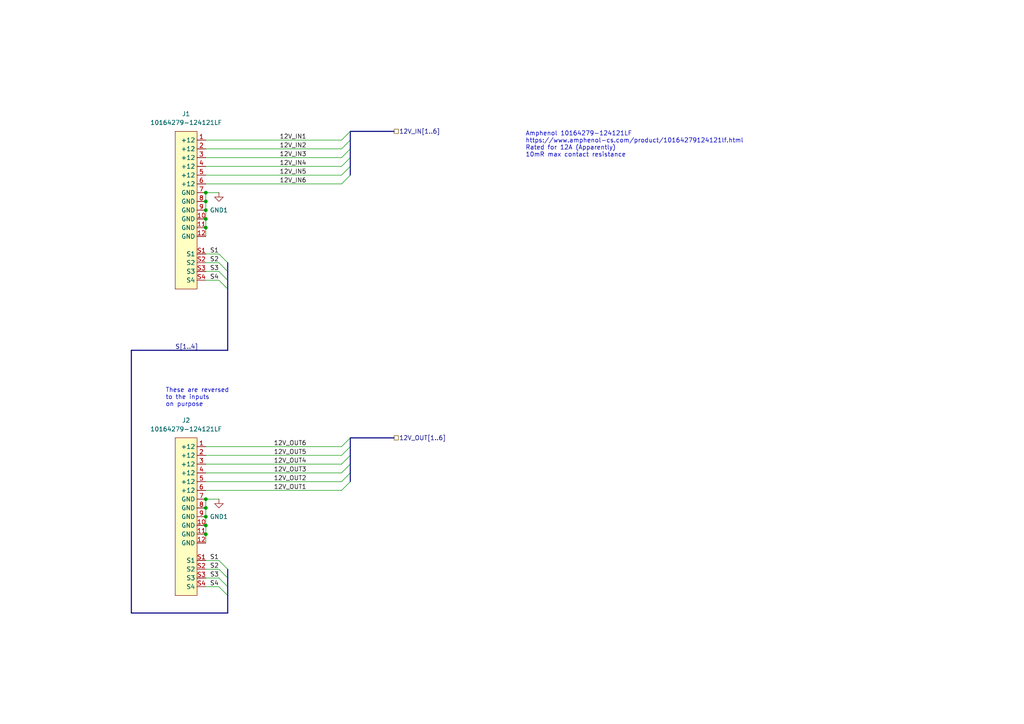
<source format=kicad_sch>
(kicad_sch
	(version 20250114)
	(generator "eeschema")
	(generator_version "9.0")
	(uuid "b2fb5c6a-a72b-4a42-b71a-b9dfc35917c4")
	(paper "A4")
	(title_block
		(title "12V-2x6 Current Monitor")
		(date "2025-08-12")
		(rev "1")
		(company "eggsampler")
	)
	(lib_symbols
		(symbol "10161122-1240xxxlf_1"
			(exclude_from_sim no)
			(in_bom yes)
			(on_board yes)
			(property "Reference" "J"
				(at 0 0 0)
				(effects
					(font
						(size 1.27 1.27)
					)
				)
			)
			(property "Value" ""
				(at 0 0 0)
				(effects
					(font
						(size 1.27 1.27)
					)
				)
			)
			(property "Footprint" "12v-2x6:10161122-1240xxxlf"
				(at 0 0 0)
				(effects
					(font
						(size 1.27 1.27)
					)
					(hide yes)
				)
			)
			(property "Datasheet" ""
				(at 0 0 0)
				(effects
					(font
						(size 1.27 1.27)
					)
					(hide yes)
				)
			)
			(property "Description" ""
				(at 0 0 0)
				(effects
					(font
						(size 1.27 1.27)
					)
					(hide yes)
				)
			)
			(symbol "10161122-1240xxxlf_1_1_1"
				(rectangle
					(start -8.89 -1.27)
					(end -2.54 -46.99)
					(stroke
						(width 0)
						(type solid)
					)
					(fill
						(type background)
					)
				)
				(pin passive line
					(at 0 -3.81 180)
					(length 2.54)
					(name "+12"
						(effects
							(font
								(size 1.27 1.27)
							)
						)
					)
					(number "1"
						(effects
							(font
								(size 1.27 1.27)
							)
						)
					)
				)
				(pin passive line
					(at 0 -6.35 180)
					(length 2.54)
					(name "+12"
						(effects
							(font
								(size 1.27 1.27)
							)
						)
					)
					(number "2"
						(effects
							(font
								(size 1.27 1.27)
							)
						)
					)
				)
				(pin passive line
					(at 0 -8.89 180)
					(length 2.54)
					(name "+12"
						(effects
							(font
								(size 1.27 1.27)
							)
						)
					)
					(number "3"
						(effects
							(font
								(size 1.27 1.27)
							)
						)
					)
				)
				(pin passive line
					(at 0 -11.43 180)
					(length 2.54)
					(name "+12"
						(effects
							(font
								(size 1.27 1.27)
							)
						)
					)
					(number "4"
						(effects
							(font
								(size 1.27 1.27)
							)
						)
					)
				)
				(pin passive line
					(at 0 -13.97 180)
					(length 2.54)
					(name "+12"
						(effects
							(font
								(size 1.27 1.27)
							)
						)
					)
					(number "5"
						(effects
							(font
								(size 1.27 1.27)
							)
						)
					)
				)
				(pin passive line
					(at 0 -16.51 180)
					(length 2.54)
					(name "+12"
						(effects
							(font
								(size 1.27 1.27)
							)
						)
					)
					(number "6"
						(effects
							(font
								(size 1.27 1.27)
							)
						)
					)
				)
				(pin passive line
					(at 0 -19.05 180)
					(length 2.54)
					(name "GND"
						(effects
							(font
								(size 1.27 1.27)
							)
						)
					)
					(number "7"
						(effects
							(font
								(size 1.27 1.27)
							)
						)
					)
				)
				(pin passive line
					(at 0 -21.59 180)
					(length 2.54)
					(name "GND"
						(effects
							(font
								(size 1.27 1.27)
							)
						)
					)
					(number "8"
						(effects
							(font
								(size 1.27 1.27)
							)
						)
					)
				)
				(pin passive line
					(at 0 -24.13 180)
					(length 2.54)
					(name "GND"
						(effects
							(font
								(size 1.27 1.27)
							)
						)
					)
					(number "9"
						(effects
							(font
								(size 1.27 1.27)
							)
						)
					)
				)
				(pin passive line
					(at 0 -26.67 180)
					(length 2.54)
					(name "GND"
						(effects
							(font
								(size 1.27 1.27)
							)
						)
					)
					(number "10"
						(effects
							(font
								(size 1.27 1.27)
							)
						)
					)
				)
				(pin passive line
					(at 0 -29.21 180)
					(length 2.54)
					(name "GND"
						(effects
							(font
								(size 1.27 1.27)
							)
						)
					)
					(number "11"
						(effects
							(font
								(size 1.27 1.27)
							)
						)
					)
				)
				(pin passive line
					(at 0 -31.75 180)
					(length 2.54)
					(name "GND"
						(effects
							(font
								(size 1.27 1.27)
							)
						)
					)
					(number "12"
						(effects
							(font
								(size 1.27 1.27)
							)
						)
					)
				)
				(pin passive line
					(at 0 -36.83 180)
					(length 2.54)
					(name "S1"
						(effects
							(font
								(size 1.27 1.27)
							)
						)
					)
					(number "S1"
						(effects
							(font
								(size 1.27 1.27)
							)
						)
					)
				)
				(pin passive line
					(at 0 -39.37 180)
					(length 2.54)
					(name "S2"
						(effects
							(font
								(size 1.27 1.27)
							)
						)
					)
					(number "S2"
						(effects
							(font
								(size 1.27 1.27)
							)
						)
					)
				)
				(pin passive line
					(at 0 -41.91 180)
					(length 2.54)
					(name "S3"
						(effects
							(font
								(size 1.27 1.27)
							)
						)
					)
					(number "S3"
						(effects
							(font
								(size 1.27 1.27)
							)
						)
					)
				)
				(pin passive line
					(at 0 -44.45 180)
					(length 2.54)
					(name "S4"
						(effects
							(font
								(size 1.27 1.27)
							)
						)
					)
					(number "S4"
						(effects
							(font
								(size 1.27 1.27)
							)
						)
					)
				)
			)
			(embedded_fonts no)
		)
		(symbol "12v-2x6:10161122-1240xxxlf"
			(exclude_from_sim no)
			(in_bom yes)
			(on_board yes)
			(property "Reference" "J"
				(at 0 0 0)
				(effects
					(font
						(size 1.27 1.27)
					)
				)
			)
			(property "Value" ""
				(at 0 0 0)
				(effects
					(font
						(size 1.27 1.27)
					)
				)
			)
			(property "Footprint" "12v-2x6:10161122-1240xxxlf"
				(at 0 0 0)
				(effects
					(font
						(size 1.27 1.27)
					)
					(hide yes)
				)
			)
			(property "Datasheet" ""
				(at 0 0 0)
				(effects
					(font
						(size 1.27 1.27)
					)
					(hide yes)
				)
			)
			(property "Description" ""
				(at 0 0 0)
				(effects
					(font
						(size 1.27 1.27)
					)
					(hide yes)
				)
			)
			(symbol "10161122-1240xxxlf_1_1"
				(rectangle
					(start -8.89 -1.27)
					(end -2.54 -46.99)
					(stroke
						(width 0)
						(type solid)
					)
					(fill
						(type background)
					)
				)
				(pin passive line
					(at 0 -3.81 180)
					(length 2.54)
					(name "+12"
						(effects
							(font
								(size 1.27 1.27)
							)
						)
					)
					(number "1"
						(effects
							(font
								(size 1.27 1.27)
							)
						)
					)
				)
				(pin passive line
					(at 0 -6.35 180)
					(length 2.54)
					(name "+12"
						(effects
							(font
								(size 1.27 1.27)
							)
						)
					)
					(number "2"
						(effects
							(font
								(size 1.27 1.27)
							)
						)
					)
				)
				(pin passive line
					(at 0 -8.89 180)
					(length 2.54)
					(name "+12"
						(effects
							(font
								(size 1.27 1.27)
							)
						)
					)
					(number "3"
						(effects
							(font
								(size 1.27 1.27)
							)
						)
					)
				)
				(pin passive line
					(at 0 -11.43 180)
					(length 2.54)
					(name "+12"
						(effects
							(font
								(size 1.27 1.27)
							)
						)
					)
					(number "4"
						(effects
							(font
								(size 1.27 1.27)
							)
						)
					)
				)
				(pin passive line
					(at 0 -13.97 180)
					(length 2.54)
					(name "+12"
						(effects
							(font
								(size 1.27 1.27)
							)
						)
					)
					(number "5"
						(effects
							(font
								(size 1.27 1.27)
							)
						)
					)
				)
				(pin passive line
					(at 0 -16.51 180)
					(length 2.54)
					(name "+12"
						(effects
							(font
								(size 1.27 1.27)
							)
						)
					)
					(number "6"
						(effects
							(font
								(size 1.27 1.27)
							)
						)
					)
				)
				(pin passive line
					(at 0 -19.05 180)
					(length 2.54)
					(name "GND"
						(effects
							(font
								(size 1.27 1.27)
							)
						)
					)
					(number "7"
						(effects
							(font
								(size 1.27 1.27)
							)
						)
					)
				)
				(pin passive line
					(at 0 -21.59 180)
					(length 2.54)
					(name "GND"
						(effects
							(font
								(size 1.27 1.27)
							)
						)
					)
					(number "8"
						(effects
							(font
								(size 1.27 1.27)
							)
						)
					)
				)
				(pin passive line
					(at 0 -24.13 180)
					(length 2.54)
					(name "GND"
						(effects
							(font
								(size 1.27 1.27)
							)
						)
					)
					(number "9"
						(effects
							(font
								(size 1.27 1.27)
							)
						)
					)
				)
				(pin passive line
					(at 0 -26.67 180)
					(length 2.54)
					(name "GND"
						(effects
							(font
								(size 1.27 1.27)
							)
						)
					)
					(number "10"
						(effects
							(font
								(size 1.27 1.27)
							)
						)
					)
				)
				(pin passive line
					(at 0 -29.21 180)
					(length 2.54)
					(name "GND"
						(effects
							(font
								(size 1.27 1.27)
							)
						)
					)
					(number "11"
						(effects
							(font
								(size 1.27 1.27)
							)
						)
					)
				)
				(pin passive line
					(at 0 -31.75 180)
					(length 2.54)
					(name "GND"
						(effects
							(font
								(size 1.27 1.27)
							)
						)
					)
					(number "12"
						(effects
							(font
								(size 1.27 1.27)
							)
						)
					)
				)
				(pin passive line
					(at 0 -36.83 180)
					(length 2.54)
					(name "S1"
						(effects
							(font
								(size 1.27 1.27)
							)
						)
					)
					(number "S1"
						(effects
							(font
								(size 1.27 1.27)
							)
						)
					)
				)
				(pin passive line
					(at 0 -39.37 180)
					(length 2.54)
					(name "S2"
						(effects
							(font
								(size 1.27 1.27)
							)
						)
					)
					(number "S2"
						(effects
							(font
								(size 1.27 1.27)
							)
						)
					)
				)
				(pin passive line
					(at 0 -41.91 180)
					(length 2.54)
					(name "S3"
						(effects
							(font
								(size 1.27 1.27)
							)
						)
					)
					(number "S3"
						(effects
							(font
								(size 1.27 1.27)
							)
						)
					)
				)
				(pin passive line
					(at 0 -44.45 180)
					(length 2.54)
					(name "S4"
						(effects
							(font
								(size 1.27 1.27)
							)
						)
					)
					(number "S4"
						(effects
							(font
								(size 1.27 1.27)
							)
						)
					)
				)
			)
			(embedded_fonts no)
		)
		(symbol "power:GND1"
			(power)
			(pin_numbers
				(hide yes)
			)
			(pin_names
				(offset 0)
				(hide yes)
			)
			(exclude_from_sim no)
			(in_bom yes)
			(on_board yes)
			(property "Reference" "#PWR"
				(at 0 -6.35 0)
				(effects
					(font
						(size 1.27 1.27)
					)
					(hide yes)
				)
			)
			(property "Value" "GND1"
				(at 0 -3.81 0)
				(effects
					(font
						(size 1.27 1.27)
					)
				)
			)
			(property "Footprint" ""
				(at 0 0 0)
				(effects
					(font
						(size 1.27 1.27)
					)
					(hide yes)
				)
			)
			(property "Datasheet" ""
				(at 0 0 0)
				(effects
					(font
						(size 1.27 1.27)
					)
					(hide yes)
				)
			)
			(property "Description" "Power symbol creates a global label with name \"GND1\" , ground"
				(at 0 0 0)
				(effects
					(font
						(size 1.27 1.27)
					)
					(hide yes)
				)
			)
			(property "ki_keywords" "global power"
				(at 0 0 0)
				(effects
					(font
						(size 1.27 1.27)
					)
					(hide yes)
				)
			)
			(symbol "GND1_0_1"
				(polyline
					(pts
						(xy 0 0) (xy 0 -1.27) (xy 1.27 -1.27) (xy 0 -2.54) (xy -1.27 -1.27) (xy 0 -1.27)
					)
					(stroke
						(width 0)
						(type default)
					)
					(fill
						(type none)
					)
				)
			)
			(symbol "GND1_1_1"
				(pin power_in line
					(at 0 0 270)
					(length 0)
					(name "~"
						(effects
							(font
								(size 1.27 1.27)
							)
						)
					)
					(number "1"
						(effects
							(font
								(size 1.27 1.27)
							)
						)
					)
				)
			)
			(embedded_fonts no)
		)
	)
	(text "These are reversed\nto the inputs\non purpose"
		(exclude_from_sim no)
		(at 48.006 112.522 0)
		(effects
			(font
				(size 1.27 1.27)
			)
			(justify left top)
		)
		(uuid "233509b0-cc6a-42b8-9f66-60c28bd20c1d")
	)
	(text "Amphenol 10164279-124121LF\nhttps://www.amphenol-cs.com/product/10164279124121lf.html\nRated for 12A (Apparently)\n10mR max contact resistance"
		(exclude_from_sim no)
		(at 152.4 38.1 0)
		(effects
			(font
				(size 1.27 1.27)
			)
			(justify left top)
		)
		(uuid "8f6bb1b4-903e-40d7-97ac-b8a9e099f39d")
	)
	(junction
		(at 59.69 154.94)
		(diameter 0)
		(color 0 0 0 0)
		(uuid "319eae41-900f-4e1d-9d76-80ab4c783195")
	)
	(junction
		(at 59.69 58.42)
		(diameter 0)
		(color 0 0 0 0)
		(uuid "350bcb14-86db-4a1c-a9e0-01460961a5a0")
	)
	(junction
		(at 59.69 55.88)
		(diameter 0)
		(color 0 0 0 0)
		(uuid "3fae321d-74ab-42c5-8d82-edfaaee59463")
	)
	(junction
		(at 59.69 147.32)
		(diameter 0)
		(color 0 0 0 0)
		(uuid "64e08bdb-3a48-4c59-914a-2d5641b6380a")
	)
	(junction
		(at 59.69 66.04)
		(diameter 0)
		(color 0 0 0 0)
		(uuid "825f240f-4442-4143-870d-7233cc30e6ec")
	)
	(junction
		(at 59.69 152.4)
		(diameter 0)
		(color 0 0 0 0)
		(uuid "82d7a157-eb50-492d-ba6f-c4bb2c0f9682")
	)
	(junction
		(at 59.69 149.86)
		(diameter 0)
		(color 0 0 0 0)
		(uuid "8ed982d3-eb43-4105-8488-00b956338820")
	)
	(junction
		(at 59.69 60.96)
		(diameter 0)
		(color 0 0 0 0)
		(uuid "964b3a27-326e-4b83-87a9-def293b790f9")
	)
	(junction
		(at 59.69 63.5)
		(diameter 0)
		(color 0 0 0 0)
		(uuid "9c971b81-d0a0-47cf-b5cb-befd2f280d15")
	)
	(junction
		(at 59.69 144.78)
		(diameter 0)
		(color 0 0 0 0)
		(uuid "cf7b5a55-e300-47da-a1e1-d389b2c5362a")
	)
	(bus_entry
		(at 99.06 137.16)
		(size 2.54 -2.54)
		(stroke
			(width 0)
			(type default)
		)
		(uuid "09a1aa14-0768-45ea-824d-dabd8c134b6b")
	)
	(bus_entry
		(at 63.5 167.64)
		(size 2.54 2.54)
		(stroke
			(width 0)
			(type default)
		)
		(uuid "13e645c8-a15a-45df-84da-c72a98e3cba9")
	)
	(bus_entry
		(at 99.06 134.62)
		(size 2.54 -2.54)
		(stroke
			(width 0)
			(type default)
		)
		(uuid "375d3348-73e7-43d5-89f7-a62a9ed3d436")
	)
	(bus_entry
		(at 63.5 162.56)
		(size 2.54 2.54)
		(stroke
			(width 0)
			(type default)
		)
		(uuid "6e40eee3-cfd8-402f-81bb-eb597f04de13")
	)
	(bus_entry
		(at 99.06 132.08)
		(size 2.54 -2.54)
		(stroke
			(width 0)
			(type default)
		)
		(uuid "74d4515c-095d-4c3f-a8d9-661ef1fdd70b")
	)
	(bus_entry
		(at 99.06 50.8)
		(size 2.54 -2.54)
		(stroke
			(width 0)
			(type default)
		)
		(uuid "808bb470-a4d6-4e42-98c5-283caa3e97b8")
	)
	(bus_entry
		(at 99.06 48.26)
		(size 2.54 -2.54)
		(stroke
			(width 0)
			(type default)
		)
		(uuid "8b67598d-2fe6-4645-86d3-097e2dc4e62a")
	)
	(bus_entry
		(at 99.06 139.7)
		(size 2.54 -2.54)
		(stroke
			(width 0)
			(type default)
		)
		(uuid "98ac2a37-3e66-4325-bc67-a0985a92de58")
	)
	(bus_entry
		(at 63.5 76.2)
		(size 2.54 2.54)
		(stroke
			(width 0)
			(type default)
		)
		(uuid "b1387514-d3e4-46c1-8ef0-b52b864ff56a")
	)
	(bus_entry
		(at 63.5 170.18)
		(size 2.54 2.54)
		(stroke
			(width 0)
			(type default)
		)
		(uuid "b41ae881-9337-4b30-ba45-39f430da7228")
	)
	(bus_entry
		(at 63.5 73.66)
		(size 2.54 2.54)
		(stroke
			(width 0)
			(type default)
		)
		(uuid "b95431fa-029b-431f-93a3-0e8ff902c04f")
	)
	(bus_entry
		(at 99.06 53.34)
		(size 2.54 -2.54)
		(stroke
			(width 0)
			(type default)
		)
		(uuid "be1ea473-0ccd-4038-a498-86d752230e25")
	)
	(bus_entry
		(at 63.5 165.1)
		(size 2.54 2.54)
		(stroke
			(width 0)
			(type default)
		)
		(uuid "c1e74110-fa39-4871-90d6-3fbd363bc035")
	)
	(bus_entry
		(at 99.06 45.72)
		(size 2.54 -2.54)
		(stroke
			(width 0)
			(type default)
		)
		(uuid "d22e2401-ccd5-4492-919a-6e75eeb9d31e")
	)
	(bus_entry
		(at 99.06 142.24)
		(size 2.54 -2.54)
		(stroke
			(width 0)
			(type default)
		)
		(uuid "d98e058d-1333-44c7-a04a-0c9ba5efad73")
	)
	(bus_entry
		(at 63.5 78.74)
		(size 2.54 2.54)
		(stroke
			(width 0)
			(type default)
		)
		(uuid "e7757bc7-ceb9-4514-bc9d-83f736dd5f89")
	)
	(bus_entry
		(at 99.06 129.54)
		(size 2.54 -2.54)
		(stroke
			(width 0)
			(type default)
		)
		(uuid "e79af388-9cb6-4b9c-818c-0cdaa0daed37")
	)
	(bus_entry
		(at 99.06 43.18)
		(size 2.54 -2.54)
		(stroke
			(width 0)
			(type default)
		)
		(uuid "ec55e3b8-4e2c-4fcc-907f-9fd7ff8343fa")
	)
	(bus_entry
		(at 63.5 81.28)
		(size 2.54 2.54)
		(stroke
			(width 0)
			(type default)
		)
		(uuid "f24ff03f-1533-4a9e-9423-beee8b514e5d")
	)
	(bus_entry
		(at 99.06 40.64)
		(size 2.54 -2.54)
		(stroke
			(width 0)
			(type default)
		)
		(uuid "f813037f-1d86-45f1-a4dd-7ca4569bbd66")
	)
	(bus
		(pts
			(xy 38.1 177.8) (xy 66.04 177.8)
		)
		(stroke
			(width 0)
			(type default)
		)
		(uuid "088a6562-9b15-47aa-8fde-20fc31620539")
	)
	(wire
		(pts
			(xy 63.5 167.64) (xy 59.69 167.64)
		)
		(stroke
			(width 0)
			(type default)
		)
		(uuid "0f28f794-418d-40b9-a574-5655a27fc684")
	)
	(bus
		(pts
			(xy 66.04 101.6) (xy 38.1 101.6)
		)
		(stroke
			(width 0)
			(type default)
		)
		(uuid "0fd4dc9e-0bd3-49b0-899f-0b795f6a0cd6")
	)
	(bus
		(pts
			(xy 101.6 132.08) (xy 101.6 129.54)
		)
		(stroke
			(width 0)
			(type default)
		)
		(uuid "17ae5207-9e05-4b6e-9c22-5a015c02cbb0")
	)
	(wire
		(pts
			(xy 63.5 165.1) (xy 59.69 165.1)
		)
		(stroke
			(width 0)
			(type default)
		)
		(uuid "1b7fa3f2-55b7-40fd-89e7-25b94f2d2eb3")
	)
	(wire
		(pts
			(xy 59.69 142.24) (xy 99.06 142.24)
		)
		(stroke
			(width 0)
			(type default)
		)
		(uuid "23faa015-ce53-4b6f-b6c1-2c0422d0d006")
	)
	(wire
		(pts
			(xy 59.69 40.64) (xy 99.06 40.64)
		)
		(stroke
			(width 0)
			(type default)
		)
		(uuid "283ad2ea-81e4-4f1e-9b65-af57f1220f8e")
	)
	(bus
		(pts
			(xy 101.6 137.16) (xy 101.6 134.62)
		)
		(stroke
			(width 0)
			(type default)
		)
		(uuid "299a1653-6282-4fda-be2e-08ee7d733fb9")
	)
	(wire
		(pts
			(xy 59.69 144.78) (xy 59.69 147.32)
		)
		(stroke
			(width 0)
			(type default)
		)
		(uuid "3c68b9df-46ae-45dc-a39a-df1f6c10b8fa")
	)
	(wire
		(pts
			(xy 59.69 152.4) (xy 59.69 154.94)
		)
		(stroke
			(width 0)
			(type default)
		)
		(uuid "492eb295-b27a-4430-82a4-dd7c756fc5a6")
	)
	(wire
		(pts
			(xy 59.69 66.04) (xy 59.69 68.58)
		)
		(stroke
			(width 0)
			(type default)
		)
		(uuid "55267108-afca-406a-8ac9-c6950758e43b")
	)
	(bus
		(pts
			(xy 66.04 167.64) (xy 66.04 170.18)
		)
		(stroke
			(width 0)
			(type default)
		)
		(uuid "55894a25-7692-4f2e-83de-307dfff64e73")
	)
	(wire
		(pts
			(xy 59.69 154.94) (xy 59.69 157.48)
		)
		(stroke
			(width 0)
			(type default)
		)
		(uuid "56fcb43d-fa31-4a0e-b082-30cfe2c780a4")
	)
	(bus
		(pts
			(xy 101.6 45.72) (xy 101.6 43.18)
		)
		(stroke
			(width 0)
			(type default)
		)
		(uuid "593bd100-3a69-43d4-9a04-ceb6342aa3bd")
	)
	(wire
		(pts
			(xy 63.5 81.28) (xy 59.69 81.28)
		)
		(stroke
			(width 0)
			(type default)
		)
		(uuid "5d2ff6c2-550f-473e-8cb3-a85eecb81efa")
	)
	(wire
		(pts
			(xy 63.5 73.66) (xy 59.69 73.66)
		)
		(stroke
			(width 0)
			(type default)
		)
		(uuid "5e3a492b-c832-45ca-9831-2574f42a0bb1")
	)
	(bus
		(pts
			(xy 114.3 38.1) (xy 101.6 38.1)
		)
		(stroke
			(width 0)
			(type default)
		)
		(uuid "619d27ee-69c8-4b08-97f9-f535c6298292")
	)
	(wire
		(pts
			(xy 59.69 48.26) (xy 99.06 48.26)
		)
		(stroke
			(width 0)
			(type default)
		)
		(uuid "63c799b6-5df4-446c-b386-b4d09706e1a5")
	)
	(bus
		(pts
			(xy 114.3 127) (xy 101.6 127)
		)
		(stroke
			(width 0)
			(type default)
		)
		(uuid "7094dc8a-8f27-4be0-88f8-c0aadbeccf12")
	)
	(bus
		(pts
			(xy 101.6 134.62) (xy 101.6 132.08)
		)
		(stroke
			(width 0)
			(type default)
		)
		(uuid "739c1397-38c1-444f-b007-4c72260826f5")
	)
	(wire
		(pts
			(xy 59.69 137.16) (xy 99.06 137.16)
		)
		(stroke
			(width 0)
			(type default)
		)
		(uuid "7ddd318f-edfa-47c1-89b1-4cf29c6defc4")
	)
	(wire
		(pts
			(xy 59.69 132.08) (xy 99.06 132.08)
		)
		(stroke
			(width 0)
			(type default)
		)
		(uuid "7f7c3856-b9c4-48b0-9dfc-8c61d2ea9b47")
	)
	(wire
		(pts
			(xy 59.69 55.88) (xy 59.69 58.42)
		)
		(stroke
			(width 0)
			(type default)
		)
		(uuid "802a2e45-5db7-4043-8996-4b2904144d52")
	)
	(wire
		(pts
			(xy 63.5 162.56) (xy 59.69 162.56)
		)
		(stroke
			(width 0)
			(type default)
		)
		(uuid "855613a3-02a6-4277-972b-71bc05054a79")
	)
	(bus
		(pts
			(xy 66.04 78.74) (xy 66.04 81.28)
		)
		(stroke
			(width 0)
			(type default)
		)
		(uuid "87080364-78ed-43b8-ad36-bff5ffab6c97")
	)
	(bus
		(pts
			(xy 101.6 48.26) (xy 101.6 45.72)
		)
		(stroke
			(width 0)
			(type default)
		)
		(uuid "87567262-8d33-4b37-b7f9-8c5ad157d96f")
	)
	(wire
		(pts
			(xy 59.69 50.8) (xy 99.06 50.8)
		)
		(stroke
			(width 0)
			(type default)
		)
		(uuid "88d2a29e-6b3c-45e1-ba90-4bd4de7f3c96")
	)
	(wire
		(pts
			(xy 59.69 147.32) (xy 59.69 149.86)
		)
		(stroke
			(width 0)
			(type default)
		)
		(uuid "8c9832a0-e28b-4c5f-89f8-fd2e422f34e1")
	)
	(wire
		(pts
			(xy 59.69 139.7) (xy 99.06 139.7)
		)
		(stroke
			(width 0)
			(type default)
		)
		(uuid "8e2b8144-bcd1-4d24-b929-60f7f57be76e")
	)
	(wire
		(pts
			(xy 59.69 129.54) (xy 99.06 129.54)
		)
		(stroke
			(width 0)
			(type default)
		)
		(uuid "9c935310-323b-4d99-b0b4-bf6bcf78a455")
	)
	(bus
		(pts
			(xy 101.6 48.26) (xy 101.6 50.8)
		)
		(stroke
			(width 0)
			(type default)
		)
		(uuid "a03a841d-ab7b-44f1-a8ed-69624ffb5370")
	)
	(wire
		(pts
			(xy 59.69 60.96) (xy 59.69 63.5)
		)
		(stroke
			(width 0)
			(type default)
		)
		(uuid "a097dc77-27ae-40d1-b8c0-683363bfa96d")
	)
	(bus
		(pts
			(xy 38.1 101.6) (xy 38.1 177.8)
		)
		(stroke
			(width 0)
			(type default)
		)
		(uuid "a34aa82a-e1ae-4ab2-950f-61753474c852")
	)
	(bus
		(pts
			(xy 66.04 81.28) (xy 66.04 83.82)
		)
		(stroke
			(width 0)
			(type default)
		)
		(uuid "a75a050a-f256-4c41-becc-c3daae3ec70b")
	)
	(wire
		(pts
			(xy 63.5 78.74) (xy 59.69 78.74)
		)
		(stroke
			(width 0)
			(type default)
		)
		(uuid "aad352dd-44a9-4d6c-ad0f-72d99d0ac6c6")
	)
	(wire
		(pts
			(xy 59.69 63.5) (xy 59.69 66.04)
		)
		(stroke
			(width 0)
			(type default)
		)
		(uuid "b1dd773c-93c6-4742-9d4c-f60c51e9d48e")
	)
	(bus
		(pts
			(xy 66.04 83.82) (xy 66.04 101.6)
		)
		(stroke
			(width 0)
			(type default)
		)
		(uuid "b9033c34-1cbf-4c68-9c99-25877a0eb2db")
	)
	(bus
		(pts
			(xy 66.04 76.2) (xy 66.04 78.74)
		)
		(stroke
			(width 0)
			(type default)
		)
		(uuid "bdb315ce-5afc-44c5-90b9-4ff6da04221a")
	)
	(bus
		(pts
			(xy 66.04 165.1) (xy 66.04 167.64)
		)
		(stroke
			(width 0)
			(type default)
		)
		(uuid "be58b2c5-7bb7-4d98-a1b0-5dc2c7bbadff")
	)
	(bus
		(pts
			(xy 101.6 38.1) (xy 101.6 40.64)
		)
		(stroke
			(width 0)
			(type default)
		)
		(uuid "ca003d90-8cb3-43c1-87db-8efae3ddd47d")
	)
	(bus
		(pts
			(xy 101.6 137.16) (xy 101.6 139.7)
		)
		(stroke
			(width 0)
			(type default)
		)
		(uuid "cd23c08d-39ca-415e-bd99-6e0ab87d123c")
	)
	(wire
		(pts
			(xy 59.69 43.18) (xy 99.06 43.18)
		)
		(stroke
			(width 0)
			(type default)
		)
		(uuid "d5b62ee3-7cd3-46e0-97ba-262d7f4f70fd")
	)
	(wire
		(pts
			(xy 59.69 53.34) (xy 99.06 53.34)
		)
		(stroke
			(width 0)
			(type default)
		)
		(uuid "d78f1019-ff79-4352-aa46-0b64fff36d0d")
	)
	(wire
		(pts
			(xy 59.69 45.72) (xy 99.06 45.72)
		)
		(stroke
			(width 0)
			(type default)
		)
		(uuid "d832d5cd-6a3a-4bab-8d3b-9f9b545956d8")
	)
	(bus
		(pts
			(xy 101.6 127) (xy 101.6 129.54)
		)
		(stroke
			(width 0)
			(type default)
		)
		(uuid "de14a254-bef2-4754-b2c3-8e2db03ded7d")
	)
	(wire
		(pts
			(xy 63.5 76.2) (xy 59.69 76.2)
		)
		(stroke
			(width 0)
			(type default)
		)
		(uuid "de43471e-2b25-4d3b-94e6-421fc6d1a96a")
	)
	(bus
		(pts
			(xy 66.04 170.18) (xy 66.04 172.72)
		)
		(stroke
			(width 0)
			(type default)
		)
		(uuid "e0001a39-7cc2-49c9-9651-0ab6c91da796")
	)
	(wire
		(pts
			(xy 63.5 170.18) (xy 59.69 170.18)
		)
		(stroke
			(width 0)
			(type default)
		)
		(uuid "e4672bd2-b870-48e6-b3f8-595ce4d10e82")
	)
	(wire
		(pts
			(xy 59.69 144.78) (xy 63.5 144.78)
		)
		(stroke
			(width 0)
			(type default)
		)
		(uuid "e5729435-22bd-4b00-b148-2fc52b8a6722")
	)
	(bus
		(pts
			(xy 101.6 43.18) (xy 101.6 40.64)
		)
		(stroke
			(width 0)
			(type default)
		)
		(uuid "edb6be3b-4b78-41c0-a146-31945e1744f3")
	)
	(wire
		(pts
			(xy 59.69 55.88) (xy 63.5 55.88)
		)
		(stroke
			(width 0)
			(type default)
		)
		(uuid "f232d4ed-a70f-45f8-8732-b29f9fa1c008")
	)
	(bus
		(pts
			(xy 66.04 172.72) (xy 66.04 177.8)
		)
		(stroke
			(width 0)
			(type default)
		)
		(uuid "f6fab0f8-284e-4da7-8eb0-6f5f2bfe2884")
	)
	(wire
		(pts
			(xy 59.69 58.42) (xy 59.69 60.96)
		)
		(stroke
			(width 0)
			(type default)
		)
		(uuid "fb4d2016-cdba-47bc-bd9a-b5821a68ed37")
	)
	(wire
		(pts
			(xy 59.69 149.86) (xy 59.69 152.4)
		)
		(stroke
			(width 0)
			(type default)
		)
		(uuid "fd1796b7-a38b-46fc-b3b6-c15813fd1ffb")
	)
	(wire
		(pts
			(xy 59.69 134.62) (xy 99.06 134.62)
		)
		(stroke
			(width 0)
			(type default)
		)
		(uuid "ff2a077b-6517-40b0-97cb-8b088df49a3c")
	)
	(label "12V_OUT5"
		(at 88.9 132.08 180)
		(effects
			(font
				(size 1.27 1.27)
			)
			(justify right bottom)
		)
		(uuid "02fa91d2-f7a7-47c6-80d6-8999ad96eb89")
	)
	(label "S3"
		(at 63.5 78.74 180)
		(effects
			(font
				(size 1.27 1.27)
			)
			(justify right bottom)
		)
		(uuid "0c598642-7abe-4924-a950-2aae957f8519")
	)
	(label "12V_OUT3"
		(at 88.9 137.16 180)
		(effects
			(font
				(size 1.27 1.27)
			)
			(justify right bottom)
		)
		(uuid "1c8fadb3-0f9c-4fac-98d2-ef948f5229cb")
	)
	(label "12V_IN1"
		(at 88.9 40.64 180)
		(effects
			(font
				(size 1.27 1.27)
			)
			(justify right bottom)
		)
		(uuid "362de3aa-d5fe-4a21-ac9c-5fae4bc41371")
	)
	(label "S1"
		(at 63.5 73.66 180)
		(effects
			(font
				(size 1.27 1.27)
			)
			(justify right bottom)
		)
		(uuid "3c533946-185e-4ed6-bfa4-ebf7db70dad5")
	)
	(label "12V_OUT6"
		(at 88.9 129.54 180)
		(effects
			(font
				(size 1.27 1.27)
			)
			(justify right bottom)
		)
		(uuid "4d1aaaf1-bd63-4739-baba-77048c4bd6c4")
	)
	(label "12V_OUT4"
		(at 88.9 134.62 180)
		(effects
			(font
				(size 1.27 1.27)
			)
			(justify right bottom)
		)
		(uuid "62661dab-ad34-4f03-9f4f-048dc9543067")
	)
	(label "S4"
		(at 63.5 170.18 180)
		(effects
			(font
				(size 1.27 1.27)
			)
			(justify right bottom)
		)
		(uuid "71d7a2aa-8f75-4f59-be8f-3286b0382053")
	)
	(label "S3"
		(at 63.5 167.64 180)
		(effects
			(font
				(size 1.27 1.27)
			)
			(justify right bottom)
		)
		(uuid "7a5b146f-60e4-4b90-93b4-b909218e24d0")
	)
	(label "12V_OUT2"
		(at 88.9 139.7 180)
		(effects
			(font
				(size 1.27 1.27)
			)
			(justify right bottom)
		)
		(uuid "80dbd518-4464-45fd-b579-b94e31af48ae")
	)
	(label "12V_IN6"
		(at 88.9 53.34 180)
		(effects
			(font
				(size 1.27 1.27)
			)
			(justify right bottom)
		)
		(uuid "8a89f0d3-627f-4b79-a728-21a0f48d4032")
	)
	(label "12V_IN3"
		(at 88.9 45.72 180)
		(effects
			(font
				(size 1.27 1.27)
			)
			(justify right bottom)
		)
		(uuid "904890df-8309-4c02-ae26-e92eea75b1ea")
	)
	(label "S[1..4]"
		(at 50.8 101.6 0)
		(effects
			(font
				(size 1.27 1.27)
			)
			(justify left bottom)
		)
		(uuid "a234dd7a-e739-4ad5-b480-9f87817d0ab4")
	)
	(label "S1"
		(at 63.5 162.56 180)
		(effects
			(font
				(size 1.27 1.27)
			)
			(justify right bottom)
		)
		(uuid "a65e7d3f-d2fb-417a-988b-6bf184b41235")
	)
	(label "12V_OUT1"
		(at 88.9 142.24 180)
		(effects
			(font
				(size 1.27 1.27)
			)
			(justify right bottom)
		)
		(uuid "ab40d8c6-36d9-4126-b1d6-503812549b53")
	)
	(label "S2"
		(at 63.5 76.2 180)
		(effects
			(font
				(size 1.27 1.27)
			)
			(justify right bottom)
		)
		(uuid "ac15fcb2-cfb8-426e-a5c1-cff36f873b08")
	)
	(label "12V_IN5"
		(at 88.9 50.8 180)
		(effects
			(font
				(size 1.27 1.27)
			)
			(justify right bottom)
		)
		(uuid "b73eb74e-8632-4edc-bfc5-f20aea333abe")
	)
	(label "12V_IN4"
		(at 88.9 48.26 180)
		(effects
			(font
				(size 1.27 1.27)
			)
			(justify right bottom)
		)
		(uuid "c4a04563-7172-4766-9e1b-45ead848058a")
	)
	(label "S4"
		(at 63.5 81.28 180)
		(effects
			(font
				(size 1.27 1.27)
			)
			(justify right bottom)
		)
		(uuid "c60213ac-597c-4f45-9671-f8710f024697")
	)
	(label "12V_IN2"
		(at 88.9 43.18 180)
		(effects
			(font
				(size 1.27 1.27)
			)
			(justify right bottom)
		)
		(uuid "dfa86e68-1109-4544-9af3-e7b0dc38b54e")
	)
	(label "S2"
		(at 63.5 165.1 180)
		(effects
			(font
				(size 1.27 1.27)
			)
			(justify right bottom)
		)
		(uuid "e94b64cb-51f5-4ace-a2eb-6aa2318ec9e1")
	)
	(hierarchical_label "12V_OUT[1..6]"
		(shape passive)
		(at 114.3 127 0)
		(effects
			(font
				(size 1.27 1.27)
			)
			(justify left)
		)
		(uuid "ed94261f-1581-4e4f-b372-b0b885e2013b")
	)
	(hierarchical_label "12V_IN[1..6]"
		(shape passive)
		(at 114.3 38.1 0)
		(effects
			(font
				(size 1.27 1.27)
			)
			(justify left)
		)
		(uuid "f34052b6-4647-4e42-9fe7-7f397ade35b7")
	)
	(symbol
		(lib_id "power:GND1")
		(at 63.5 144.78 0)
		(unit 1)
		(exclude_from_sim no)
		(in_bom yes)
		(on_board yes)
		(dnp no)
		(fields_autoplaced yes)
		(uuid "14b4f36b-b1ce-4d49-b585-c48f0f85a0fd")
		(property "Reference" "#PWR02"
			(at 63.5 151.13 0)
			(effects
				(font
					(size 1.27 1.27)
				)
				(hide yes)
			)
		)
		(property "Value" "GND1"
			(at 63.5 149.86 0)
			(effects
				(font
					(size 1.27 1.27)
				)
			)
		)
		(property "Footprint" ""
			(at 63.5 144.78 0)
			(effects
				(font
					(size 1.27 1.27)
				)
				(hide yes)
			)
		)
		(property "Datasheet" ""
			(at 63.5 144.78 0)
			(effects
				(font
					(size 1.27 1.27)
				)
				(hide yes)
			)
		)
		(property "Description" "Power symbol creates a global label with name \"GND1\" , ground"
			(at 63.5 144.78 0)
			(effects
				(font
					(size 1.27 1.27)
				)
				(hide yes)
			)
		)
		(pin "1"
			(uuid "dcc0f714-00ae-41e6-9041-a9b121504833")
		)
		(instances
			(project "12v-2x6"
				(path "/8b0d253f-310b-49c8-a50d-a58538d7eb55/a2a1484c-3368-4389-9987-09707b424088"
					(reference "#PWR02")
					(unit 1)
				)
			)
		)
	)
	(symbol
		(lib_name "10161122-1240xxxlf_1")
		(lib_id "12v-2x6:10161122-1240xxxlf")
		(at 59.69 36.83 0)
		(unit 1)
		(exclude_from_sim no)
		(in_bom yes)
		(on_board yes)
		(dnp no)
		(fields_autoplaced yes)
		(uuid "8166d5d3-0fd6-4ffb-aef8-b0dcef364c00")
		(property "Reference" "J1"
			(at 53.975 33.02 0)
			(effects
				(font
					(size 1.27 1.27)
				)
			)
		)
		(property "Value" "10164279-124121LF"
			(at 53.975 35.56 0)
			(effects
				(font
					(size 1.27 1.27)
				)
			)
		)
		(property "Footprint" "12v-2x6:10164279-001LF"
			(at 59.69 36.83 0)
			(effects
				(font
					(size 1.27 1.27)
				)
				(hide yes)
			)
		)
		(property "Datasheet" ""
			(at 59.69 36.83 0)
			(effects
				(font
					(size 1.27 1.27)
				)
				(hide yes)
			)
		)
		(property "Description" ""
			(at 59.69 36.83 0)
			(effects
				(font
					(size 1.27 1.27)
				)
				(hide yes)
			)
		)
		(pin "11"
			(uuid "0753ef03-5905-4e43-8aba-6d8e1bffb51e")
		)
		(pin "S2"
			(uuid "cbb13311-cd23-4ff9-aada-d410990954c3")
		)
		(pin "S1"
			(uuid "cc512f2d-b3bf-4d4a-bbf3-f7c638dbd29e")
		)
		(pin "4"
			(uuid "62775972-2737-4ed0-b999-7ae7abec937b")
		)
		(pin "12"
			(uuid "e0cc664e-3351-4b79-a241-eb7ddab02f11")
		)
		(pin "6"
			(uuid "1eb04af6-73c5-439c-a0fa-62e57be78b10")
		)
		(pin "S4"
			(uuid "cf799553-630a-4722-b9a5-e89de89c2b33")
		)
		(pin "8"
			(uuid "0c99a041-3a47-43cd-a0d7-2365aa2f1c9f")
		)
		(pin "7"
			(uuid "b97b8ad1-8066-46eb-a73a-4ca50acd139b")
		)
		(pin "1"
			(uuid "0c567c46-f81a-4deb-b99f-aaa092cc2cde")
		)
		(pin "2"
			(uuid "dc00ab54-6f8a-499a-824c-2ae6ce481ca2")
		)
		(pin "3"
			(uuid "384ea34c-c81b-480f-89ec-49ac4e8d0922")
		)
		(pin "5"
			(uuid "e708fe68-7128-4625-88a2-894f8c2644ef")
		)
		(pin "9"
			(uuid "2a3b83d0-0329-4c76-a255-e8c4283dae58")
		)
		(pin "10"
			(uuid "bd0704cb-7ef4-4a0d-97ee-b88bdebfb515")
		)
		(pin "S3"
			(uuid "299dad93-9774-44f8-8112-887b2edb8b23")
		)
		(instances
			(project "12v-2x6"
				(path "/8b0d253f-310b-49c8-a50d-a58538d7eb55/a2a1484c-3368-4389-9987-09707b424088"
					(reference "J1")
					(unit 1)
				)
			)
		)
	)
	(symbol
		(lib_id "12v-2x6:10161122-1240xxxlf")
		(at 59.69 125.73 0)
		(unit 1)
		(exclude_from_sim no)
		(in_bom yes)
		(on_board yes)
		(dnp no)
		(fields_autoplaced yes)
		(uuid "d2551d95-4b93-4411-85ab-e3826cb5d224")
		(property "Reference" "J2"
			(at 53.975 121.92 0)
			(effects
				(font
					(size 1.27 1.27)
				)
			)
		)
		(property "Value" "10164279-124121LF"
			(at 53.975 124.46 0)
			(effects
				(font
					(size 1.27 1.27)
				)
			)
		)
		(property "Footprint" "12v-2x6:10164279-001LF"
			(at 59.69 125.73 0)
			(effects
				(font
					(size 1.27 1.27)
				)
				(hide yes)
			)
		)
		(property "Datasheet" ""
			(at 59.69 125.73 0)
			(effects
				(font
					(size 1.27 1.27)
				)
				(hide yes)
			)
		)
		(property "Description" ""
			(at 59.69 125.73 0)
			(effects
				(font
					(size 1.27 1.27)
				)
				(hide yes)
			)
		)
		(pin "11"
			(uuid "257326ba-9e07-4d2d-b044-3327845b6ba7")
		)
		(pin "S2"
			(uuid "75834100-9f30-43d2-b6b5-5657c26917fe")
		)
		(pin "S1"
			(uuid "979b2e32-12d2-4e48-bd44-038f06732931")
		)
		(pin "4"
			(uuid "19b2a635-df8b-4b5a-98d6-7e570d5b8c19")
		)
		(pin "12"
			(uuid "3269ade2-ba20-466b-b4f4-b273f4666e95")
		)
		(pin "6"
			(uuid "002f276a-e749-417e-be10-7526da304484")
		)
		(pin "S4"
			(uuid "fa00e23b-f0a7-42dd-9faa-fd0b19816885")
		)
		(pin "8"
			(uuid "198c0a9b-0887-4ebc-8d9c-474625b61735")
		)
		(pin "7"
			(uuid "0479efc3-3c76-4ef5-90e2-55a07198df6a")
		)
		(pin "1"
			(uuid "c589b19a-45c9-4bc7-a387-4142925db1ca")
		)
		(pin "2"
			(uuid "1cdaeade-d7ec-4a5c-9911-9c662d4bec17")
		)
		(pin "3"
			(uuid "1c7f5e20-1204-44a1-ab89-e954ffa20980")
		)
		(pin "5"
			(uuid "24792001-c1bd-4a34-af12-43decc57fb95")
		)
		(pin "9"
			(uuid "e0f240b4-eb68-4c8c-95a5-0360a02891ea")
		)
		(pin "10"
			(uuid "6f6fac73-a307-4f55-a7c5-4b37d1733cc7")
		)
		(pin "S3"
			(uuid "85a98cc0-7bdd-4385-9715-62e2c7f0ca4b")
		)
		(instances
			(project "12v-2x6"
				(path "/8b0d253f-310b-49c8-a50d-a58538d7eb55/a2a1484c-3368-4389-9987-09707b424088"
					(reference "J2")
					(unit 1)
				)
			)
		)
	)
	(symbol
		(lib_id "power:GND1")
		(at 63.5 55.88 0)
		(unit 1)
		(exclude_from_sim no)
		(in_bom yes)
		(on_board yes)
		(dnp no)
		(fields_autoplaced yes)
		(uuid "f24370e9-3c17-4f0e-9cde-f18caee48092")
		(property "Reference" "#PWR01"
			(at 63.5 62.23 0)
			(effects
				(font
					(size 1.27 1.27)
				)
				(hide yes)
			)
		)
		(property "Value" "GND1"
			(at 63.5 60.96 0)
			(effects
				(font
					(size 1.27 1.27)
				)
			)
		)
		(property "Footprint" ""
			(at 63.5 55.88 0)
			(effects
				(font
					(size 1.27 1.27)
				)
				(hide yes)
			)
		)
		(property "Datasheet" ""
			(at 63.5 55.88 0)
			(effects
				(font
					(size 1.27 1.27)
				)
				(hide yes)
			)
		)
		(property "Description" "Power symbol creates a global label with name \"GND1\" , ground"
			(at 63.5 55.88 0)
			(effects
				(font
					(size 1.27 1.27)
				)
				(hide yes)
			)
		)
		(pin "1"
			(uuid "a461fed4-8a80-46a4-b157-02d3deb41c71")
		)
		(instances
			(project "12v-2x6"
				(path "/8b0d253f-310b-49c8-a50d-a58538d7eb55/a2a1484c-3368-4389-9987-09707b424088"
					(reference "#PWR01")
					(unit 1)
				)
			)
		)
	)
)

</source>
